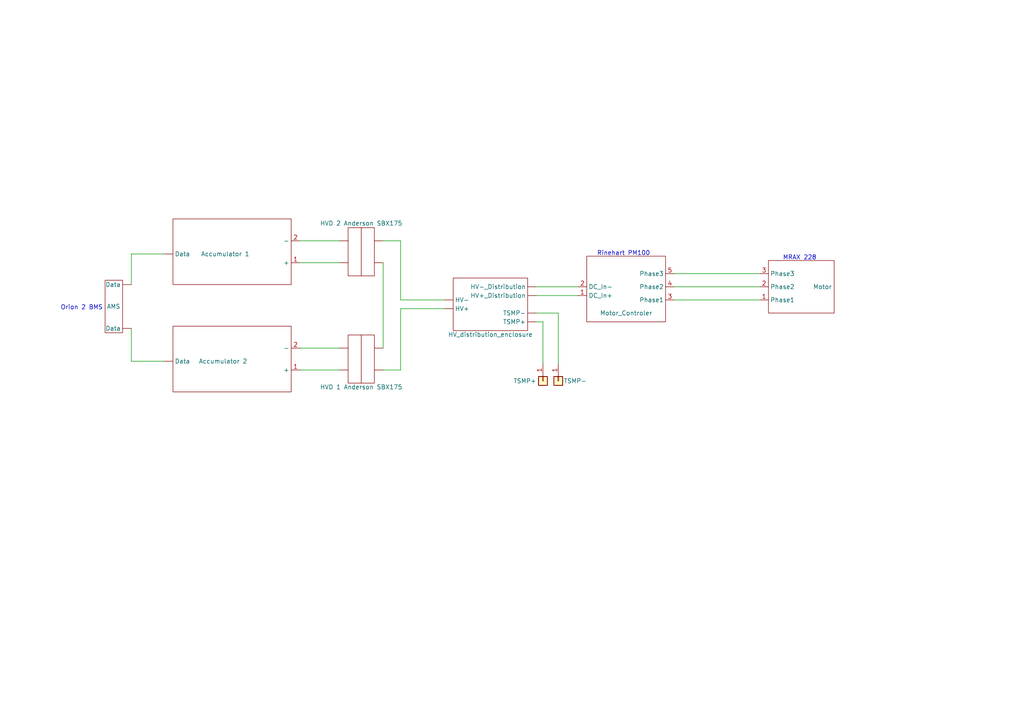
<source format=kicad_sch>
(kicad_sch (version 20211123) (generator eeschema)
  (paper "A4")
  (lib_symbols
    (symbol "AERO_Symbols:AMS_Orion"
      (property "Reference" "U" (at 0 0 0))
      (property "Value" "AMS_Orion" (at 0 0 0))
      (symbol "AMS_Orion_0_1"
        (rectangle (start -7.62 2.54) (end 7.62 -2.54) (stroke (width 0.1524)))
      )
      (symbol "AMS_Orion_1_1"
        (pin input line (at -6.35 -5.08 90) (length 2.54) (name "Data") (number ""))
        (pin input line (at 6.35 -5.08 90) (length 2.54) (name "Data") (number ""))
      )
    )
    (symbol "AERO_Symbols:Accumulator"
      (property "Reference" "U" (at 0 0 0))
      (property "Value" "Accumulator" (at 0 0 0))
      (symbol "Accumulator_0_1"
        (rectangle (start -17.78 8.89) (end 16.51 -10.16) (stroke (width 0.1524)))
      )
      (symbol "Accumulator_1_1"
        (pin output line (at 19.05 0 180) (length 2.54) (name "Data") (number ""))
        (pin power_out line (at -20.32 2.54 0) (length 2.54) (name "+") (number "1"))
        (pin power_out line (at -20.32 -3.81 0) (length 2.54) (name "-") (number "2"))
      )
    )
    (symbol "AERO_Symbols:HVD"
      (property "Reference" "U" (at 0 0 0))
      (property "Value" "HVD" (at 0 0 0))
      (symbol "HVD_0_1"
        (polyline (pts (xy 0 7.62) (xy 0 -6.35)) (stroke (width 0.1524)))
        (rectangle (start 3.81 -6.35) (end -3.81 7.62) (stroke (width 0.1524)))
      )
      (symbol "HVD_1_1"
        (pin input line (at -6.35 -2.54 0) (length 2.54) (name "") (number ""))
        (pin input line (at -6.35 3.81 0) (length 2.54) (name "") (number ""))
        (pin input line (at 6.35 -2.54 180) (length 2.54) (name "") (number ""))
        (pin input line (at 6.35 3.81 180) (length 2.54) (name "") (number ""))
      )
    )
    (symbol "AERO_Symbols:HV_distribution"
      (property "Value" "HV_distribution_enclosure" (at -0.635 8.7606 0))
      (symbol "HV_distribution_0_1"
        (rectangle (start -11.43 7.62) (end 10.16 -7.62) (stroke (width 0.1524)))
      )
      (symbol "HV_distribution_1_1"
        (pin power_in line (at 12.7 1.27 180) (length 2.54) (name "HV+") (number ""))
        (pin power_out line (at -13.97 -2.54 0) (length 2.54) (name "HV+_Distribution") (number ""))
        (pin power_in line (at 12.7 -1.27 180) (length 2.54) (name "HV-") (number ""))
        (pin power_out line (at -13.97 -5.08 0) (length 2.54) (name "HV-_Distribution") (number ""))
        (pin power_out line (at -13.97 5.08 0) (length 2.54) (name "TSMP+") (number ""))
        (pin power_out line (at -13.97 2.54 0) (length 2.54) (name "TSMP-") (number ""))
      )
    )
    (symbol "AERO_Symbols:MRAX_228"
      (property "Reference" "U" (at 0 0 0))
      (property "Value" "MRAX_228" (at 0 0 0))
      (symbol "MRAX_228_0_1"
        (rectangle (start -8.89 7.62) (end 10.16 -7.62) (stroke (width 0.1524)))
      )
      (symbol "MRAX_228_1_1"
        (pin power_in line (at 12.7 3.81 180) (length 2.54) (name "Phase1") (number "1"))
        (pin power_in line (at 12.7 0 180) (length 2.54) (name "Phase2") (number "2"))
        (pin power_in line (at 12.7 -3.81 180) (length 2.54) (name "Phase3") (number "3"))
      )
    )
    (symbol "AERO_Symbols:Motor_Controler"
      (property "Value" "Motor_Controler" (at 0 7.62 0))
      (symbol "Motor_Controler_0_1"
        (rectangle (start -11.43 8.89) (end 11.43 -10.16) (stroke (width 0.1524)))
      )
      (symbol "Motor_Controler_1_1"
        (pin power_in line (at 13.97 1.27 180) (length 2.54) (name "DC_In+") (number "1"))
        (pin power_in line (at 13.97 -1.27 180) (length 2.54) (name "DC_In-") (number "2"))
        (pin power_out line (at -13.97 2.54 0) (length 2.54) (name "Phase1") (number "3"))
        (pin power_out line (at -13.97 -1.27 0) (length 2.54) (name "Phase2") (number "4"))
        (pin power_out line (at -13.97 -5.08 0) (length 2.54) (name "Phase3") (number "5"))
      )
    )
    (symbol "Accumulator_1"
      (property "Reference" "U" (at 0 0 0))
      (property "Value" "Accumulator_1" (at 0 0 0))
      (symbol "Accumulator_1_0_1"
        (rectangle (start -17.78 8.89) (end 16.51 -10.16) (stroke (width 0.1524)))
      )
      (symbol "Accumulator_1_1_1"
        (pin output line (at 19.05 0 180) (length 2.54) (name "Data") (number ""))
        (pin power_out line (at -20.32 2.54 0) (length 2.54) (name "+") (number "1"))
        (pin power_out line (at -20.32 -3.81 0) (length 2.54) (name "-") (number "2"))
      )
    )
    (symbol "Connector_Generic:Conn_01x01" (pin_names (offset 1.016) hide)
      (property "Reference" "J" (at 0 2.54 0))
      (property "Value" "Conn_01x01" (at 0 -2.54 0))
      (symbol "Conn_01x01_1_1"
        (rectangle (start -1.27 0.127) (end 0 -0.127) (stroke (width 0.1524)))
        (rectangle (start -1.27 1.27) (end 1.27 -1.27) (stroke (width 0.254)) (fill (type background)))
        (pin passive line (at -5.08 0 0) (length 3.81) (name "Pin_1") (number "1"))
      )
    )
  )
  (wire (pts (xy 220.345 79.375) (xy 195.58 79.375)))
  (wire (pts (xy 157.48 93.345) (xy 157.48 105.41)))
  (wire (pts (xy 161.925 90.805) (xy 161.925 105.41)))
  (wire (pts (xy 98.425 76.2) (xy 86.995 76.2)))
  (wire (pts (xy 116.205 86.995) (xy 116.205 69.85)))
  (wire (pts (xy 38.1 73.66) (xy 38.1 82.55)))
  (wire (pts (xy 155.575 93.345) (xy 157.48 93.345)))
  (wire (pts (xy 47.625 104.775) (xy 38.1 104.775)))
  (wire (pts (xy 111.125 107.315) (xy 116.205 107.315)))
  (wire (pts (xy 167.64 85.725) (xy 155.575 85.725)))
  (wire (pts (xy 38.1 104.775) (xy 38.1 95.25)))
  (wire (pts (xy 116.205 107.315) (xy 116.205 89.535)))
  (wire (pts (xy 116.205 86.995) (xy 128.905 86.995)))
  (wire (pts (xy 111.125 100.965) (xy 111.125 76.2)))
  (wire (pts (xy 98.425 69.85) (xy 86.995 69.85)))
  (wire (pts (xy 128.905 89.535) (xy 116.205 89.535)))
  (wire (pts (xy 47.625 73.66) (xy 38.1 73.66)))
  (wire (pts (xy 98.425 107.315) (xy 86.995 107.315)))
  (wire (pts (xy 155.575 90.805) (xy 161.925 90.805)))
  (wire (pts (xy 220.345 83.185) (xy 195.58 83.185)))
  (wire (pts (xy 220.345 86.995) (xy 195.58 86.995)))
  (wire (pts (xy 155.575 83.185) (xy 167.64 83.185)))
  (wire (pts (xy 98.425 100.965) (xy 86.995 100.965)))
  (wire (pts (xy 116.205 69.85) (xy 111.125 69.85)))
  (text "Rinehart PM100\n" (at 188.595 74.295 180) (effects (font (size 1.27 1.27)) (justify right bottom)))
  (text "MRAX 228\n" (at 236.855 75.565 180) (effects (font (size 1.27 1.27)) (justify right bottom)))
  (text "Orion 2 BMS\n\n" (at 29.845 92.075 180) (effects (font (size 1.27 1.27)) (justify right bottom)))
  (symbol (lib_id "AERO_Symbols:Motor_Controler") (at 181.61 84.455 180) (unit 1)
    (property "Reference" "U2" (effects hide))
    (property "Value" "Motor_Controler" (at 181.61 90.805 0))
  )
  (symbol (lib_id "AERO_Symbols:HVD") (at 104.775 72.39 180) (unit 1)
    (property "Reference" "U?" (effects hide))
    (property "Value" "HVD 2 Anderson SBX175" (at 104.775 64.77 0))
  )
  (symbol (lib_id "AERO_Symbols:Accumulator") (at 66.675 73.66 180) (unit 1)
    (property "Reference" "U4" (effects hide))
    (property "Value" "Accumulator 1" (at 72.39 73.66 0) (effects (justify left)))
  )
  (symbol (lib_id "Connector_Generic:Conn_01x01") (at 161.925 110.49 270) (unit 1)
    (property "Reference" "J?" (effects hide))
    (property "Value" "TSMP-" (at 170.18 110.49 90) (effects (justify right)))
  )
  (symbol (lib_id "AERO_Symbols:AMS_Orion") (at 33.02 88.9 90) (unit 1)
    (property "Reference" "U5" (effects hide))
    (property "Value" "AMS" (at 34.925 88.9 90) (effects (justify left)))
  )
  (symbol (lib_id "AERO_Symbols:HVD") (at 104.775 103.505 180) (unit 1)
    (property "Reference" "U?" (effects hide))
    (property "Value" "HVD 1 Anderson SBX175" (at 104.775 112.2657 0))
  )
  (symbol (lib_id "Connector_Generic:Conn_01x01") (at 157.48 110.49 270) (unit 1)
    (property "Reference" "J?" (effects hide))
    (property "Value" "TSMP+" (at 155.575 110.49 90) (effects (justify right)))
  )
  (symbol (lib_name "Accumulator_1") (lib_id "AERO_Symbols:Accumulator") (at 66.675 104.775 180) (unit 1)
    (property "Reference" "U3" (effects hide))
    (property "Value" "Accumulator 2" (at 71.755 104.775 0) (effects (justify left)))
  )
  (symbol (lib_id "AERO_Symbols:MRAX_228") (at 233.045 83.185 180) (unit 1)
    (property "Reference" "U1" (effects hide))
    (property "Value" "Motor" (at 241.3 83.185 0) (effects (justify left)))
  )
  (symbol (lib_id "AERO_Symbols:HV_distribution") (at 141.605 88.265 180) (unit 1)
    (property "Reference" "U?" (effects hide))
    (property "Value" "HV_distribution_enclosure" (at 142.24 97.0256 0))
  )
)
</source>
